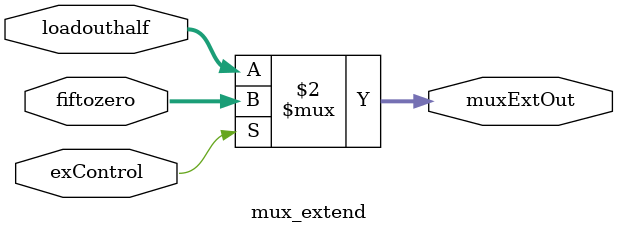
<source format=v>

module mux_extend(input wire [15:0] loadouthalf, 
              input wire [15:0] fiftozero, //immediate
              input wire exControl,
              output wire [15:0] muxExtOut);
  
  assign muxExtOut = (exControl == 1'b0) ? loadouthalf : fiftozero;
  
  
endmodule
</source>
